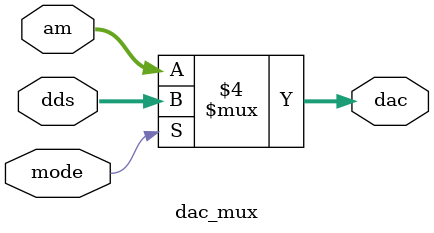
<source format=v>
`timescale 1ns / 1ps


module dac_mux(
    input mode,
    input[7:0] am,
    input[7:0] dds,
    output reg[7:0] dac
    );
    always@(*)
    begin
        if(mode == 1)
        begin
            dac <= dds;
        end
        else
        begin
            dac <= am;
        end
    end
endmodule

</source>
